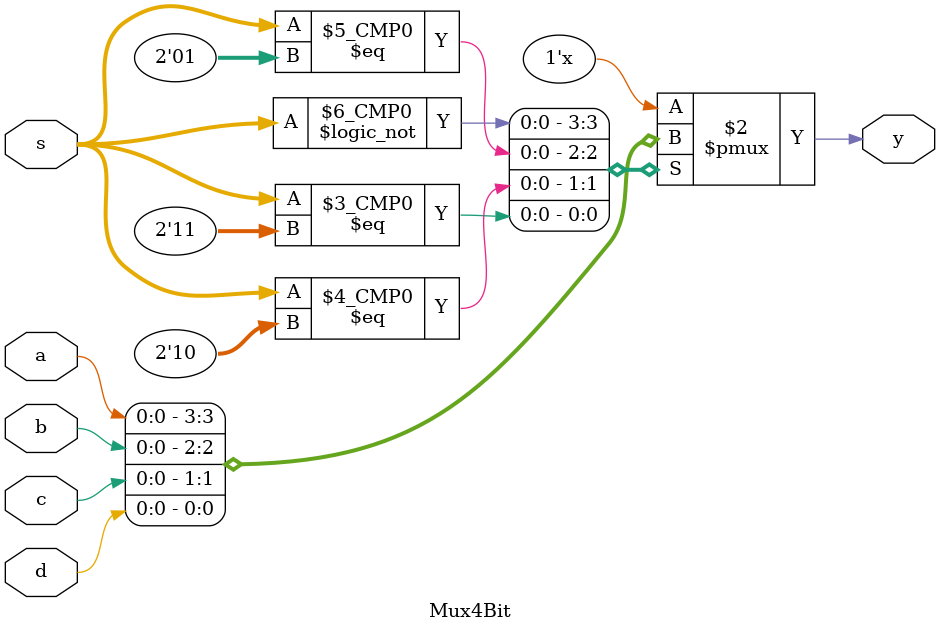
<source format=v>
`timescale 1ns / 1ps
module Mux4Bit(input a,input b,input c,input d,input wire[1:0] s,
					output reg y);
		always@(*)
		begin
			case(s)
				2'b00:y<=a;
				2'b01:y<=b;
				2'b10:y<=c;
				2'b11:y<=d;
				//default:y<=a;
			endcase
		end
endmodule

</source>
